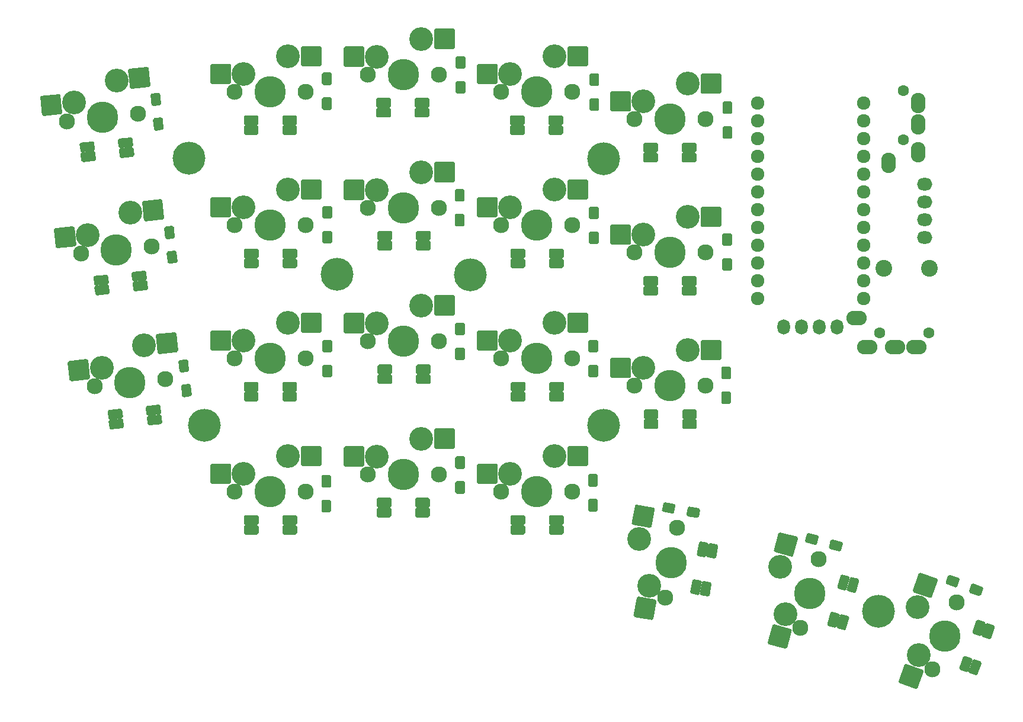
<source format=gbr>
%TF.GenerationSoftware,KiCad,Pcbnew,(5.1.10)-1*%
%TF.CreationDate,2021-10-28T21:07:41+02:00*%
%TF.ProjectId,yaohkib - lefft,79616f68-6b69-4622-902d-206c65666674,rev?*%
%TF.SameCoordinates,Original*%
%TF.FileFunction,Soldermask,Bot*%
%TF.FilePolarity,Negative*%
%FSLAX46Y46*%
G04 Gerber Fmt 4.6, Leading zero omitted, Abs format (unit mm)*
G04 Created by KiCad (PCBNEW (5.1.10)-1) date 2021-10-28 21:07:41*
%MOMM*%
%LPD*%
G01*
G04 APERTURE LIST*
%ADD10O,2.900000X2.100000*%
%ADD11C,1.600000*%
%ADD12O,1.797000X2.178000*%
%ADD13C,1.924000*%
%ADD14C,3.400000*%
%ADD15C,2.300000*%
%ADD16C,4.500000*%
%ADD17C,2.400000*%
%ADD18C,4.700000*%
%ADD19O,2.178000X1.797000*%
%ADD20O,2.100000X2.900000*%
G04 APERTURE END LIST*
%TO.C,LED13*%
G36*
G01*
X108221500Y-77613000D02*
X108221500Y-76613000D01*
G75*
G02*
X108421500Y-76413000I200000J0D01*
G01*
X110121500Y-76413000D01*
G75*
G02*
X110321500Y-76613000I0J-200000D01*
G01*
X110321500Y-77613000D01*
G75*
G02*
X110121500Y-77813000I-200000J0D01*
G01*
X108421500Y-77813000D01*
G75*
G02*
X108221500Y-77613000I0J200000D01*
G01*
G37*
G36*
G01*
X108221500Y-79013000D02*
X108221500Y-78013000D01*
G75*
G02*
X108421500Y-77813000I200000J0D01*
G01*
X110121500Y-77813000D01*
G75*
G02*
X110321500Y-78013000I0J-200000D01*
G01*
X110321500Y-79013000D01*
G75*
G02*
X110121500Y-79213000I-200000J0D01*
G01*
X108421500Y-79213000D01*
G75*
G02*
X108221500Y-79013000I0J200000D01*
G01*
G37*
G36*
G01*
X102721500Y-77613000D02*
X102721500Y-76613000D01*
G75*
G02*
X102921500Y-76413000I200000J0D01*
G01*
X104621500Y-76413000D01*
G75*
G02*
X104821500Y-76613000I0J-200000D01*
G01*
X104821500Y-77613000D01*
G75*
G02*
X104621500Y-77813000I-200000J0D01*
G01*
X102921500Y-77813000D01*
G75*
G02*
X102721500Y-77613000I0J200000D01*
G01*
G37*
G36*
G01*
X102721500Y-79013000D02*
X102721500Y-78013000D01*
G75*
G02*
X102921500Y-77813000I200000J0D01*
G01*
X104621500Y-77813000D01*
G75*
G02*
X104821500Y-78013000I0J-200000D01*
G01*
X104821500Y-79013000D01*
G75*
G02*
X104621500Y-79213000I-200000J0D01*
G01*
X102921500Y-79213000D01*
G75*
G02*
X102721500Y-79013000I0J200000D01*
G01*
G37*
%TD*%
%TO.C,LED19*%
G36*
G01*
X127315500Y-94185000D02*
X127315500Y-93185000D01*
G75*
G02*
X127515500Y-92985000I200000J0D01*
G01*
X129215500Y-92985000D01*
G75*
G02*
X129415500Y-93185000I0J-200000D01*
G01*
X129415500Y-94185000D01*
G75*
G02*
X129215500Y-94385000I-200000J0D01*
G01*
X127515500Y-94385000D01*
G75*
G02*
X127315500Y-94185000I0J200000D01*
G01*
G37*
G36*
G01*
X127315500Y-95585000D02*
X127315500Y-94585000D01*
G75*
G02*
X127515500Y-94385000I200000J0D01*
G01*
X129215500Y-94385000D01*
G75*
G02*
X129415500Y-94585000I0J-200000D01*
G01*
X129415500Y-95585000D01*
G75*
G02*
X129215500Y-95785000I-200000J0D01*
G01*
X127515500Y-95785000D01*
G75*
G02*
X127315500Y-95585000I0J200000D01*
G01*
G37*
G36*
G01*
X121815500Y-94185000D02*
X121815500Y-93185000D01*
G75*
G02*
X122015500Y-92985000I200000J0D01*
G01*
X123715500Y-92985000D01*
G75*
G02*
X123915500Y-93185000I0J-200000D01*
G01*
X123915500Y-94185000D01*
G75*
G02*
X123715500Y-94385000I-200000J0D01*
G01*
X122015500Y-94385000D01*
G75*
G02*
X121815500Y-94185000I0J200000D01*
G01*
G37*
G36*
G01*
X121815500Y-95585000D02*
X121815500Y-94585000D01*
G75*
G02*
X122015500Y-94385000I200000J0D01*
G01*
X123715500Y-94385000D01*
G75*
G02*
X123915500Y-94585000I0J-200000D01*
G01*
X123915500Y-95585000D01*
G75*
G02*
X123715500Y-95785000I-200000J0D01*
G01*
X122015500Y-95785000D01*
G75*
G02*
X121815500Y-95585000I0J200000D01*
G01*
G37*
%TD*%
%TO.C,LED14*%
G36*
G01*
X127315500Y-75073000D02*
X127315500Y-74073000D01*
G75*
G02*
X127515500Y-73873000I200000J0D01*
G01*
X129215500Y-73873000D01*
G75*
G02*
X129415500Y-74073000I0J-200000D01*
G01*
X129415500Y-75073000D01*
G75*
G02*
X129215500Y-75273000I-200000J0D01*
G01*
X127515500Y-75273000D01*
G75*
G02*
X127315500Y-75073000I0J200000D01*
G01*
G37*
G36*
G01*
X127315500Y-76473000D02*
X127315500Y-75473000D01*
G75*
G02*
X127515500Y-75273000I200000J0D01*
G01*
X129215500Y-75273000D01*
G75*
G02*
X129415500Y-75473000I0J-200000D01*
G01*
X129415500Y-76473000D01*
G75*
G02*
X129215500Y-76673000I-200000J0D01*
G01*
X127515500Y-76673000D01*
G75*
G02*
X127315500Y-76473000I0J200000D01*
G01*
G37*
G36*
G01*
X121815500Y-75073000D02*
X121815500Y-74073000D01*
G75*
G02*
X122015500Y-73873000I200000J0D01*
G01*
X123715500Y-73873000D01*
G75*
G02*
X123915500Y-74073000I0J-200000D01*
G01*
X123915500Y-75073000D01*
G75*
G02*
X123715500Y-75273000I-200000J0D01*
G01*
X122015500Y-75273000D01*
G75*
G02*
X121815500Y-75073000I0J200000D01*
G01*
G37*
G36*
G01*
X121815500Y-76473000D02*
X121815500Y-75473000D01*
G75*
G02*
X122015500Y-75273000I200000J0D01*
G01*
X123715500Y-75273000D01*
G75*
G02*
X123915500Y-75473000I0J-200000D01*
G01*
X123915500Y-76473000D01*
G75*
G02*
X123715500Y-76673000I-200000J0D01*
G01*
X122015500Y-76673000D01*
G75*
G02*
X121815500Y-76473000I0J200000D01*
G01*
G37*
%TD*%
%TO.C,LED27*%
G36*
G01*
X207895225Y-131790188D02*
X206955533Y-131448168D01*
G75*
G02*
X206835998Y-131191825I68404J187939D01*
G01*
X207417432Y-129594347D01*
G75*
G02*
X207673775Y-129474812I187939J-68404D01*
G01*
X208613467Y-129816832D01*
G75*
G02*
X208733002Y-130073175I-68404J-187939D01*
G01*
X208151568Y-131670653D01*
G75*
G02*
X207895225Y-131790188I-187939J68404D01*
G01*
G37*
G36*
G01*
X209210794Y-132269016D02*
X208271102Y-131926996D01*
G75*
G02*
X208151567Y-131670653I68404J187939D01*
G01*
X208733001Y-130073175D01*
G75*
G02*
X208989344Y-129953640I187939J-68404D01*
G01*
X209929036Y-130295660D01*
G75*
G02*
X210048571Y-130552003I-68404J-187939D01*
G01*
X209467137Y-132149481D01*
G75*
G02*
X209210794Y-132269016I-187939J68404D01*
G01*
G37*
G36*
G01*
X206014114Y-136958498D02*
X205074422Y-136616478D01*
G75*
G02*
X204954887Y-136360135I68404J187939D01*
G01*
X205536321Y-134762657D01*
G75*
G02*
X205792664Y-134643122I187939J-68404D01*
G01*
X206732356Y-134985142D01*
G75*
G02*
X206851891Y-135241485I-68404J-187939D01*
G01*
X206270457Y-136838963D01*
G75*
G02*
X206014114Y-136958498I-187939J68404D01*
G01*
G37*
G36*
G01*
X207329683Y-137437326D02*
X206389991Y-137095306D01*
G75*
G02*
X206270456Y-136838963I68404J187939D01*
G01*
X206851890Y-135241485D01*
G75*
G02*
X207108233Y-135121950I187939J-68404D01*
G01*
X208047925Y-135463970D01*
G75*
G02*
X208167460Y-135720313I-68404J-187939D01*
G01*
X207586026Y-137317791D01*
G75*
G02*
X207329683Y-137437326I-187939J68404D01*
G01*
G37*
%TD*%
%TO.C,LED15*%
G36*
G01*
X146321500Y-77613000D02*
X146321500Y-76613000D01*
G75*
G02*
X146521500Y-76413000I200000J0D01*
G01*
X148221500Y-76413000D01*
G75*
G02*
X148421500Y-76613000I0J-200000D01*
G01*
X148421500Y-77613000D01*
G75*
G02*
X148221500Y-77813000I-200000J0D01*
G01*
X146521500Y-77813000D01*
G75*
G02*
X146321500Y-77613000I0J200000D01*
G01*
G37*
G36*
G01*
X146321500Y-79013000D02*
X146321500Y-78013000D01*
G75*
G02*
X146521500Y-77813000I200000J0D01*
G01*
X148221500Y-77813000D01*
G75*
G02*
X148421500Y-78013000I0J-200000D01*
G01*
X148421500Y-79013000D01*
G75*
G02*
X148221500Y-79213000I-200000J0D01*
G01*
X146521500Y-79213000D01*
G75*
G02*
X146321500Y-79013000I0J200000D01*
G01*
G37*
G36*
G01*
X140821500Y-77613000D02*
X140821500Y-76613000D01*
G75*
G02*
X141021500Y-76413000I200000J0D01*
G01*
X142721500Y-76413000D01*
G75*
G02*
X142921500Y-76613000I0J-200000D01*
G01*
X142921500Y-77613000D01*
G75*
G02*
X142721500Y-77813000I-200000J0D01*
G01*
X141021500Y-77813000D01*
G75*
G02*
X140821500Y-77613000I0J200000D01*
G01*
G37*
G36*
G01*
X140821500Y-79013000D02*
X140821500Y-78013000D01*
G75*
G02*
X141021500Y-77813000I200000J0D01*
G01*
X142721500Y-77813000D01*
G75*
G02*
X142921500Y-78013000I0J-200000D01*
G01*
X142921500Y-79013000D01*
G75*
G02*
X142721500Y-79213000I-200000J0D01*
G01*
X141021500Y-79213000D01*
G75*
G02*
X140821500Y-79013000I0J200000D01*
G01*
G37*
%TD*%
%TO.C,LED22*%
G36*
G01*
X108221500Y-115713000D02*
X108221500Y-114713000D01*
G75*
G02*
X108421500Y-114513000I200000J0D01*
G01*
X110121500Y-114513000D01*
G75*
G02*
X110321500Y-114713000I0J-200000D01*
G01*
X110321500Y-115713000D01*
G75*
G02*
X110121500Y-115913000I-200000J0D01*
G01*
X108421500Y-115913000D01*
G75*
G02*
X108221500Y-115713000I0J200000D01*
G01*
G37*
G36*
G01*
X108221500Y-117113000D02*
X108221500Y-116113000D01*
G75*
G02*
X108421500Y-115913000I200000J0D01*
G01*
X110121500Y-115913000D01*
G75*
G02*
X110321500Y-116113000I0J-200000D01*
G01*
X110321500Y-117113000D01*
G75*
G02*
X110121500Y-117313000I-200000J0D01*
G01*
X108421500Y-117313000D01*
G75*
G02*
X108221500Y-117113000I0J200000D01*
G01*
G37*
G36*
G01*
X102721500Y-115713000D02*
X102721500Y-114713000D01*
G75*
G02*
X102921500Y-114513000I200000J0D01*
G01*
X104621500Y-114513000D01*
G75*
G02*
X104821500Y-114713000I0J-200000D01*
G01*
X104821500Y-115713000D01*
G75*
G02*
X104621500Y-115913000I-200000J0D01*
G01*
X102921500Y-115913000D01*
G75*
G02*
X102721500Y-115713000I0J200000D01*
G01*
G37*
G36*
G01*
X102721500Y-117113000D02*
X102721500Y-116113000D01*
G75*
G02*
X102921500Y-115913000I200000J0D01*
G01*
X104621500Y-115913000D01*
G75*
G02*
X104821500Y-116113000I0J-200000D01*
G01*
X104821500Y-117113000D01*
G75*
G02*
X104621500Y-117313000I-200000J0D01*
G01*
X102921500Y-117313000D01*
G75*
G02*
X102721500Y-117113000I0J200000D01*
G01*
G37*
%TD*%
%TO.C,LED8*%
G36*
G01*
X146238500Y-58561500D02*
X146238500Y-57561500D01*
G75*
G02*
X146438500Y-57361500I200000J0D01*
G01*
X148138500Y-57361500D01*
G75*
G02*
X148338500Y-57561500I0J-200000D01*
G01*
X148338500Y-58561500D01*
G75*
G02*
X148138500Y-58761500I-200000J0D01*
G01*
X146438500Y-58761500D01*
G75*
G02*
X146238500Y-58561500I0J200000D01*
G01*
G37*
G36*
G01*
X146238500Y-59961500D02*
X146238500Y-58961500D01*
G75*
G02*
X146438500Y-58761500I200000J0D01*
G01*
X148138500Y-58761500D01*
G75*
G02*
X148338500Y-58961500I0J-200000D01*
G01*
X148338500Y-59961500D01*
G75*
G02*
X148138500Y-60161500I-200000J0D01*
G01*
X146438500Y-60161500D01*
G75*
G02*
X146238500Y-59961500I0J200000D01*
G01*
G37*
G36*
G01*
X140738500Y-58561500D02*
X140738500Y-57561500D01*
G75*
G02*
X140938500Y-57361500I200000J0D01*
G01*
X142638500Y-57361500D01*
G75*
G02*
X142838500Y-57561500I0J-200000D01*
G01*
X142838500Y-58561500D01*
G75*
G02*
X142638500Y-58761500I-200000J0D01*
G01*
X140938500Y-58761500D01*
G75*
G02*
X140738500Y-58561500I0J200000D01*
G01*
G37*
G36*
G01*
X140738500Y-59961500D02*
X140738500Y-58961500D01*
G75*
G02*
X140938500Y-58761500I200000J0D01*
G01*
X142638500Y-58761500D01*
G75*
G02*
X142838500Y-58961500I0J-200000D01*
G01*
X142838500Y-59961500D01*
G75*
G02*
X142638500Y-60161500I-200000J0D01*
G01*
X140938500Y-60161500D01*
G75*
G02*
X140738500Y-59961500I0J200000D01*
G01*
G37*
%TD*%
%TO.C,LED9*%
G36*
G01*
X127125000Y-56085000D02*
X127125000Y-55085000D01*
G75*
G02*
X127325000Y-54885000I200000J0D01*
G01*
X129025000Y-54885000D01*
G75*
G02*
X129225000Y-55085000I0J-200000D01*
G01*
X129225000Y-56085000D01*
G75*
G02*
X129025000Y-56285000I-200000J0D01*
G01*
X127325000Y-56285000D01*
G75*
G02*
X127125000Y-56085000I0J200000D01*
G01*
G37*
G36*
G01*
X127125000Y-57485000D02*
X127125000Y-56485000D01*
G75*
G02*
X127325000Y-56285000I200000J0D01*
G01*
X129025000Y-56285000D01*
G75*
G02*
X129225000Y-56485000I0J-200000D01*
G01*
X129225000Y-57485000D01*
G75*
G02*
X129025000Y-57685000I-200000J0D01*
G01*
X127325000Y-57685000D01*
G75*
G02*
X127125000Y-57485000I0J200000D01*
G01*
G37*
G36*
G01*
X121625000Y-56085000D02*
X121625000Y-55085000D01*
G75*
G02*
X121825000Y-54885000I200000J0D01*
G01*
X123525000Y-54885000D01*
G75*
G02*
X123725000Y-55085000I0J-200000D01*
G01*
X123725000Y-56085000D01*
G75*
G02*
X123525000Y-56285000I-200000J0D01*
G01*
X121825000Y-56285000D01*
G75*
G02*
X121625000Y-56085000I0J200000D01*
G01*
G37*
G36*
G01*
X121625000Y-57485000D02*
X121625000Y-56485000D01*
G75*
G02*
X121825000Y-56285000I200000J0D01*
G01*
X123525000Y-56285000D01*
G75*
G02*
X123725000Y-56485000I0J-200000D01*
G01*
X123725000Y-57485000D01*
G75*
G02*
X123525000Y-57685000I-200000J0D01*
G01*
X121825000Y-57685000D01*
G75*
G02*
X121625000Y-57485000I0J200000D01*
G01*
G37*
%TD*%
%TO.C,LED7*%
G36*
G01*
X165288500Y-62498500D02*
X165288500Y-61498500D01*
G75*
G02*
X165488500Y-61298500I200000J0D01*
G01*
X167188500Y-61298500D01*
G75*
G02*
X167388500Y-61498500I0J-200000D01*
G01*
X167388500Y-62498500D01*
G75*
G02*
X167188500Y-62698500I-200000J0D01*
G01*
X165488500Y-62698500D01*
G75*
G02*
X165288500Y-62498500I0J200000D01*
G01*
G37*
G36*
G01*
X165288500Y-63898500D02*
X165288500Y-62898500D01*
G75*
G02*
X165488500Y-62698500I200000J0D01*
G01*
X167188500Y-62698500D01*
G75*
G02*
X167388500Y-62898500I0J-200000D01*
G01*
X167388500Y-63898500D01*
G75*
G02*
X167188500Y-64098500I-200000J0D01*
G01*
X165488500Y-64098500D01*
G75*
G02*
X165288500Y-63898500I0J200000D01*
G01*
G37*
G36*
G01*
X159788500Y-62498500D02*
X159788500Y-61498500D01*
G75*
G02*
X159988500Y-61298500I200000J0D01*
G01*
X161688500Y-61298500D01*
G75*
G02*
X161888500Y-61498500I0J-200000D01*
G01*
X161888500Y-62498500D01*
G75*
G02*
X161688500Y-62698500I-200000J0D01*
G01*
X159988500Y-62698500D01*
G75*
G02*
X159788500Y-62498500I0J200000D01*
G01*
G37*
G36*
G01*
X159788500Y-63898500D02*
X159788500Y-62898500D01*
G75*
G02*
X159988500Y-62698500I200000J0D01*
G01*
X161688500Y-62698500D01*
G75*
G02*
X161888500Y-62898500I0J-200000D01*
G01*
X161888500Y-63898500D01*
G75*
G02*
X161688500Y-64098500I-200000J0D01*
G01*
X159988500Y-64098500D01*
G75*
G02*
X159788500Y-63898500I0J200000D01*
G01*
G37*
%TD*%
%TO.C,LED20*%
G36*
G01*
X108202000Y-96661500D02*
X108202000Y-95661500D01*
G75*
G02*
X108402000Y-95461500I200000J0D01*
G01*
X110102000Y-95461500D01*
G75*
G02*
X110302000Y-95661500I0J-200000D01*
G01*
X110302000Y-96661500D01*
G75*
G02*
X110102000Y-96861500I-200000J0D01*
G01*
X108402000Y-96861500D01*
G75*
G02*
X108202000Y-96661500I0J200000D01*
G01*
G37*
G36*
G01*
X108202000Y-98061500D02*
X108202000Y-97061500D01*
G75*
G02*
X108402000Y-96861500I200000J0D01*
G01*
X110102000Y-96861500D01*
G75*
G02*
X110302000Y-97061500I0J-200000D01*
G01*
X110302000Y-98061500D01*
G75*
G02*
X110102000Y-98261500I-200000J0D01*
G01*
X108402000Y-98261500D01*
G75*
G02*
X108202000Y-98061500I0J200000D01*
G01*
G37*
G36*
G01*
X102702000Y-96661500D02*
X102702000Y-95661500D01*
G75*
G02*
X102902000Y-95461500I200000J0D01*
G01*
X104602000Y-95461500D01*
G75*
G02*
X104802000Y-95661500I0J-200000D01*
G01*
X104802000Y-96661500D01*
G75*
G02*
X104602000Y-96861500I-200000J0D01*
G01*
X102902000Y-96861500D01*
G75*
G02*
X102702000Y-96661500I0J200000D01*
G01*
G37*
G36*
G01*
X102702000Y-98061500D02*
X102702000Y-97061500D01*
G75*
G02*
X102902000Y-96861500I200000J0D01*
G01*
X104602000Y-96861500D01*
G75*
G02*
X104802000Y-97061500I0J-200000D01*
G01*
X104802000Y-98061500D01*
G75*
G02*
X104602000Y-98261500I-200000J0D01*
G01*
X102902000Y-98261500D01*
G75*
G02*
X102702000Y-98061500I0J200000D01*
G01*
G37*
%TD*%
%TO.C,LED12*%
G36*
G01*
X86777517Y-80947516D02*
X86672988Y-79952994D01*
G75*
G02*
X86850986Y-79733184I198904J20906D01*
G01*
X88541673Y-79555486D01*
G75*
G02*
X88761483Y-79733484I20906J-198904D01*
G01*
X88866012Y-80728006D01*
G75*
G02*
X88688014Y-80947816I-198904J-20906D01*
G01*
X86997327Y-81125514D01*
G75*
G02*
X86777517Y-80947516I-20906J198904D01*
G01*
G37*
G36*
G01*
X86923857Y-82339847D02*
X86819328Y-81345325D01*
G75*
G02*
X86997326Y-81125515I198904J20906D01*
G01*
X88688013Y-80947817D01*
G75*
G02*
X88907823Y-81125815I20906J-198904D01*
G01*
X89012352Y-82120337D01*
G75*
G02*
X88834354Y-82340147I-198904J-20906D01*
G01*
X87143667Y-82517845D01*
G75*
G02*
X86923857Y-82339847I-20906J198904D01*
G01*
G37*
G36*
G01*
X81307647Y-81522423D02*
X81203118Y-80527901D01*
G75*
G02*
X81381116Y-80308091I198904J20906D01*
G01*
X83071803Y-80130393D01*
G75*
G02*
X83291613Y-80308391I20906J-198904D01*
G01*
X83396142Y-81302913D01*
G75*
G02*
X83218144Y-81522723I-198904J-20906D01*
G01*
X81527457Y-81700421D01*
G75*
G02*
X81307647Y-81522423I-20906J198904D01*
G01*
G37*
G36*
G01*
X81453987Y-82914754D02*
X81349458Y-81920232D01*
G75*
G02*
X81527456Y-81700422I198904J20906D01*
G01*
X83218143Y-81522724D01*
G75*
G02*
X83437953Y-81700722I20906J-198904D01*
G01*
X83542482Y-82695244D01*
G75*
G02*
X83364484Y-82915054I-198904J-20906D01*
G01*
X81673797Y-83092752D01*
G75*
G02*
X81453987Y-82914754I-20906J198904D01*
G01*
G37*
%TD*%
%TO.C,LED21*%
G36*
G01*
X88809517Y-100124516D02*
X88704988Y-99129994D01*
G75*
G02*
X88882986Y-98910184I198904J20906D01*
G01*
X90573673Y-98732486D01*
G75*
G02*
X90793483Y-98910484I20906J-198904D01*
G01*
X90898012Y-99905006D01*
G75*
G02*
X90720014Y-100124816I-198904J-20906D01*
G01*
X89029327Y-100302514D01*
G75*
G02*
X88809517Y-100124516I-20906J198904D01*
G01*
G37*
G36*
G01*
X88955857Y-101516847D02*
X88851328Y-100522325D01*
G75*
G02*
X89029326Y-100302515I198904J20906D01*
G01*
X90720013Y-100124817D01*
G75*
G02*
X90939823Y-100302815I20906J-198904D01*
G01*
X91044352Y-101297337D01*
G75*
G02*
X90866354Y-101517147I-198904J-20906D01*
G01*
X89175667Y-101694845D01*
G75*
G02*
X88955857Y-101516847I-20906J198904D01*
G01*
G37*
G36*
G01*
X83339647Y-100699423D02*
X83235118Y-99704901D01*
G75*
G02*
X83413116Y-99485091I198904J20906D01*
G01*
X85103803Y-99307393D01*
G75*
G02*
X85323613Y-99485391I20906J-198904D01*
G01*
X85428142Y-100479913D01*
G75*
G02*
X85250144Y-100699723I-198904J-20906D01*
G01*
X83559457Y-100877421D01*
G75*
G02*
X83339647Y-100699423I-20906J198904D01*
G01*
G37*
G36*
G01*
X83485987Y-102091754D02*
X83381458Y-101097232D01*
G75*
G02*
X83559456Y-100877422I198904J20906D01*
G01*
X85250143Y-100699724D01*
G75*
G02*
X85469953Y-100877722I20906J-198904D01*
G01*
X85574482Y-101872244D01*
G75*
G02*
X85396484Y-102092054I-198904J-20906D01*
G01*
X83705797Y-102269752D01*
G75*
G02*
X83485987Y-102091754I-20906J198904D01*
G01*
G37*
%TD*%
%TO.C,LED24*%
G36*
G01*
X146321500Y-115713000D02*
X146321500Y-114713000D01*
G75*
G02*
X146521500Y-114513000I200000J0D01*
G01*
X148221500Y-114513000D01*
G75*
G02*
X148421500Y-114713000I0J-200000D01*
G01*
X148421500Y-115713000D01*
G75*
G02*
X148221500Y-115913000I-200000J0D01*
G01*
X146521500Y-115913000D01*
G75*
G02*
X146321500Y-115713000I0J200000D01*
G01*
G37*
G36*
G01*
X146321500Y-117113000D02*
X146321500Y-116113000D01*
G75*
G02*
X146521500Y-115913000I200000J0D01*
G01*
X148221500Y-115913000D01*
G75*
G02*
X148421500Y-116113000I0J-200000D01*
G01*
X148421500Y-117113000D01*
G75*
G02*
X148221500Y-117313000I-200000J0D01*
G01*
X146521500Y-117313000D01*
G75*
G02*
X146321500Y-117113000I0J200000D01*
G01*
G37*
G36*
G01*
X140821500Y-115713000D02*
X140821500Y-114713000D01*
G75*
G02*
X141021500Y-114513000I200000J0D01*
G01*
X142721500Y-114513000D01*
G75*
G02*
X142921500Y-114713000I0J-200000D01*
G01*
X142921500Y-115713000D01*
G75*
G02*
X142721500Y-115913000I-200000J0D01*
G01*
X141021500Y-115913000D01*
G75*
G02*
X140821500Y-115713000I0J200000D01*
G01*
G37*
G36*
G01*
X140821500Y-117113000D02*
X140821500Y-116113000D01*
G75*
G02*
X141021500Y-115913000I200000J0D01*
G01*
X142721500Y-115913000D01*
G75*
G02*
X142921500Y-116113000I0J-200000D01*
G01*
X142921500Y-117113000D01*
G75*
G02*
X142721500Y-117313000I-200000J0D01*
G01*
X141021500Y-117313000D01*
G75*
G02*
X140821500Y-117113000I0J200000D01*
G01*
G37*
%TD*%
%TO.C,LED18*%
G36*
G01*
X146365500Y-96661500D02*
X146365500Y-95661500D01*
G75*
G02*
X146565500Y-95461500I200000J0D01*
G01*
X148265500Y-95461500D01*
G75*
G02*
X148465500Y-95661500I0J-200000D01*
G01*
X148465500Y-96661500D01*
G75*
G02*
X148265500Y-96861500I-200000J0D01*
G01*
X146565500Y-96861500D01*
G75*
G02*
X146365500Y-96661500I0J200000D01*
G01*
G37*
G36*
G01*
X146365500Y-98061500D02*
X146365500Y-97061500D01*
G75*
G02*
X146565500Y-96861500I200000J0D01*
G01*
X148265500Y-96861500D01*
G75*
G02*
X148465500Y-97061500I0J-200000D01*
G01*
X148465500Y-98061500D01*
G75*
G02*
X148265500Y-98261500I-200000J0D01*
G01*
X146565500Y-98261500D01*
G75*
G02*
X146365500Y-98061500I0J200000D01*
G01*
G37*
G36*
G01*
X140865500Y-96661500D02*
X140865500Y-95661500D01*
G75*
G02*
X141065500Y-95461500I200000J0D01*
G01*
X142765500Y-95461500D01*
G75*
G02*
X142965500Y-95661500I0J-200000D01*
G01*
X142965500Y-96661500D01*
G75*
G02*
X142765500Y-96861500I-200000J0D01*
G01*
X141065500Y-96861500D01*
G75*
G02*
X140865500Y-96661500I0J200000D01*
G01*
G37*
G36*
G01*
X140865500Y-98061500D02*
X140865500Y-97061500D01*
G75*
G02*
X141065500Y-96861500I200000J0D01*
G01*
X142765500Y-96861500D01*
G75*
G02*
X142965500Y-97061500I0J-200000D01*
G01*
X142965500Y-98061500D01*
G75*
G02*
X142765500Y-98261500I-200000J0D01*
G01*
X141065500Y-98261500D01*
G75*
G02*
X140865500Y-98061500I0J200000D01*
G01*
G37*
%TD*%
%TO.C,LED23*%
G36*
G01*
X127208000Y-113236500D02*
X127208000Y-112236500D01*
G75*
G02*
X127408000Y-112036500I200000J0D01*
G01*
X129108000Y-112036500D01*
G75*
G02*
X129308000Y-112236500I0J-200000D01*
G01*
X129308000Y-113236500D01*
G75*
G02*
X129108000Y-113436500I-200000J0D01*
G01*
X127408000Y-113436500D01*
G75*
G02*
X127208000Y-113236500I0J200000D01*
G01*
G37*
G36*
G01*
X127208000Y-114636500D02*
X127208000Y-113636500D01*
G75*
G02*
X127408000Y-113436500I200000J0D01*
G01*
X129108000Y-113436500D01*
G75*
G02*
X129308000Y-113636500I0J-200000D01*
G01*
X129308000Y-114636500D01*
G75*
G02*
X129108000Y-114836500I-200000J0D01*
G01*
X127408000Y-114836500D01*
G75*
G02*
X127208000Y-114636500I0J200000D01*
G01*
G37*
G36*
G01*
X121708000Y-113236500D02*
X121708000Y-112236500D01*
G75*
G02*
X121908000Y-112036500I200000J0D01*
G01*
X123608000Y-112036500D01*
G75*
G02*
X123808000Y-112236500I0J-200000D01*
G01*
X123808000Y-113236500D01*
G75*
G02*
X123608000Y-113436500I-200000J0D01*
G01*
X121908000Y-113436500D01*
G75*
G02*
X121708000Y-113236500I0J200000D01*
G01*
G37*
G36*
G01*
X121708000Y-114636500D02*
X121708000Y-113636500D01*
G75*
G02*
X121908000Y-113436500I200000J0D01*
G01*
X123608000Y-113436500D01*
G75*
G02*
X123808000Y-113636500I0J-200000D01*
G01*
X123808000Y-114636500D01*
G75*
G02*
X123608000Y-114836500I-200000J0D01*
G01*
X121908000Y-114836500D01*
G75*
G02*
X121708000Y-114636500I0J200000D01*
G01*
G37*
%TD*%
%TO.C,LED26*%
G36*
G01*
X188628203Y-125299131D02*
X187662277Y-125040312D01*
G75*
G02*
X187520856Y-124795363I51764J193185D01*
G01*
X187960848Y-123153290D01*
G75*
G02*
X188205797Y-123011869I193185J-51764D01*
G01*
X189171723Y-123270688D01*
G75*
G02*
X189313144Y-123515637I-51764J-193185D01*
G01*
X188873152Y-125157710D01*
G75*
G02*
X188628203Y-125299131I-193185J51764D01*
G01*
G37*
G36*
G01*
X189980499Y-125661477D02*
X189014573Y-125402658D01*
G75*
G02*
X188873152Y-125157709I51764J193185D01*
G01*
X189313144Y-123515636D01*
G75*
G02*
X189558093Y-123374215I193185J-51764D01*
G01*
X190524019Y-123633034D01*
G75*
G02*
X190665440Y-123877983I-51764J-193185D01*
G01*
X190225448Y-125520056D01*
G75*
G02*
X189980499Y-125661477I-193185J51764D01*
G01*
G37*
G36*
G01*
X187204699Y-130611723D02*
X186238773Y-130352904D01*
G75*
G02*
X186097352Y-130107955I51764J193185D01*
G01*
X186537344Y-128465882D01*
G75*
G02*
X186782293Y-128324461I193185J-51764D01*
G01*
X187748219Y-128583280D01*
G75*
G02*
X187889640Y-128828229I-51764J-193185D01*
G01*
X187449648Y-130470302D01*
G75*
G02*
X187204699Y-130611723I-193185J51764D01*
G01*
G37*
G36*
G01*
X188556995Y-130974069D02*
X187591069Y-130715250D01*
G75*
G02*
X187449648Y-130470301I51764J193185D01*
G01*
X187889640Y-128828228D01*
G75*
G02*
X188134589Y-128686807I193185J-51764D01*
G01*
X189100515Y-128945626D01*
G75*
G02*
X189241936Y-129190575I-51764J-193185D01*
G01*
X188801944Y-130832648D01*
G75*
G02*
X188556995Y-130974069I-193185J51764D01*
G01*
G37*
%TD*%
%TO.C,LED25*%
G36*
G01*
X168597573Y-120513873D02*
X167612765Y-120340225D01*
G75*
G02*
X167450533Y-120108533I34730J196962D01*
G01*
X167745735Y-118434359D01*
G75*
G02*
X167977427Y-118272127I196962J-34730D01*
G01*
X168962235Y-118445775D01*
G75*
G02*
X169124467Y-118677467I-34730J-196962D01*
G01*
X168829265Y-120351641D01*
G75*
G02*
X168597573Y-120513873I-196962J34730D01*
G01*
G37*
G36*
G01*
X169976304Y-120756980D02*
X168991496Y-120583332D01*
G75*
G02*
X168829264Y-120351640I34730J196962D01*
G01*
X169124466Y-118677466D01*
G75*
G02*
X169356158Y-118515234I196962J-34730D01*
G01*
X170340966Y-118688882D01*
G75*
G02*
X170503198Y-118920574I-34730J-196962D01*
G01*
X170207996Y-120594748D01*
G75*
G02*
X169976304Y-120756980I-196962J34730D01*
G01*
G37*
G36*
G01*
X167642508Y-125930316D02*
X166657700Y-125756668D01*
G75*
G02*
X166495468Y-125524976I34730J196962D01*
G01*
X166790670Y-123850802D01*
G75*
G02*
X167022362Y-123688570I196962J-34730D01*
G01*
X168007170Y-123862218D01*
G75*
G02*
X168169402Y-124093910I-34730J-196962D01*
G01*
X167874200Y-125768084D01*
G75*
G02*
X167642508Y-125930316I-196962J34730D01*
G01*
G37*
G36*
G01*
X169021239Y-126173423D02*
X168036431Y-125999775D01*
G75*
G02*
X167874199Y-125768083I34730J196962D01*
G01*
X168169401Y-124093909D01*
G75*
G02*
X168401093Y-123931677I196962J-34730D01*
G01*
X169385901Y-124105325D01*
G75*
G02*
X169548133Y-124337017I-34730J-196962D01*
G01*
X169252931Y-126011191D01*
G75*
G02*
X169021239Y-126173423I-196962J34730D01*
G01*
G37*
%TD*%
%TO.C,LED17*%
G36*
G01*
X165352000Y-100598500D02*
X165352000Y-99598500D01*
G75*
G02*
X165552000Y-99398500I200000J0D01*
G01*
X167252000Y-99398500D01*
G75*
G02*
X167452000Y-99598500I0J-200000D01*
G01*
X167452000Y-100598500D01*
G75*
G02*
X167252000Y-100798500I-200000J0D01*
G01*
X165552000Y-100798500D01*
G75*
G02*
X165352000Y-100598500I0J200000D01*
G01*
G37*
G36*
G01*
X165352000Y-101998500D02*
X165352000Y-100998500D01*
G75*
G02*
X165552000Y-100798500I200000J0D01*
G01*
X167252000Y-100798500D01*
G75*
G02*
X167452000Y-100998500I0J-200000D01*
G01*
X167452000Y-101998500D01*
G75*
G02*
X167252000Y-102198500I-200000J0D01*
G01*
X165552000Y-102198500D01*
G75*
G02*
X165352000Y-101998500I0J200000D01*
G01*
G37*
G36*
G01*
X159852000Y-100598500D02*
X159852000Y-99598500D01*
G75*
G02*
X160052000Y-99398500I200000J0D01*
G01*
X161752000Y-99398500D01*
G75*
G02*
X161952000Y-99598500I0J-200000D01*
G01*
X161952000Y-100598500D01*
G75*
G02*
X161752000Y-100798500I-200000J0D01*
G01*
X160052000Y-100798500D01*
G75*
G02*
X159852000Y-100598500I0J200000D01*
G01*
G37*
G36*
G01*
X159852000Y-101998500D02*
X159852000Y-100998500D01*
G75*
G02*
X160052000Y-100798500I200000J0D01*
G01*
X161752000Y-100798500D01*
G75*
G02*
X161952000Y-100998500I0J-200000D01*
G01*
X161952000Y-101998500D01*
G75*
G02*
X161752000Y-102198500I-200000J0D01*
G01*
X160052000Y-102198500D01*
G75*
G02*
X159852000Y-101998500I0J200000D01*
G01*
G37*
%TD*%
%TO.C,LED10*%
G36*
G01*
X108202000Y-58561500D02*
X108202000Y-57561500D01*
G75*
G02*
X108402000Y-57361500I200000J0D01*
G01*
X110102000Y-57361500D01*
G75*
G02*
X110302000Y-57561500I0J-200000D01*
G01*
X110302000Y-58561500D01*
G75*
G02*
X110102000Y-58761500I-200000J0D01*
G01*
X108402000Y-58761500D01*
G75*
G02*
X108202000Y-58561500I0J200000D01*
G01*
G37*
G36*
G01*
X108202000Y-59961500D02*
X108202000Y-58961500D01*
G75*
G02*
X108402000Y-58761500I200000J0D01*
G01*
X110102000Y-58761500D01*
G75*
G02*
X110302000Y-58961500I0J-200000D01*
G01*
X110302000Y-59961500D01*
G75*
G02*
X110102000Y-60161500I-200000J0D01*
G01*
X108402000Y-60161500D01*
G75*
G02*
X108202000Y-59961500I0J200000D01*
G01*
G37*
G36*
G01*
X102702000Y-58561500D02*
X102702000Y-57561500D01*
G75*
G02*
X102902000Y-57361500I200000J0D01*
G01*
X104602000Y-57361500D01*
G75*
G02*
X104802000Y-57561500I0J-200000D01*
G01*
X104802000Y-58561500D01*
G75*
G02*
X104602000Y-58761500I-200000J0D01*
G01*
X102902000Y-58761500D01*
G75*
G02*
X102702000Y-58561500I0J200000D01*
G01*
G37*
G36*
G01*
X102702000Y-59961500D02*
X102702000Y-58961500D01*
G75*
G02*
X102902000Y-58761500I200000J0D01*
G01*
X104602000Y-58761500D01*
G75*
G02*
X104802000Y-58961500I0J-200000D01*
G01*
X104802000Y-59961500D01*
G75*
G02*
X104602000Y-60161500I-200000J0D01*
G01*
X102902000Y-60161500D01*
G75*
G02*
X102702000Y-59961500I0J200000D01*
G01*
G37*
%TD*%
%TO.C,LED16*%
G36*
G01*
X165308000Y-81550000D02*
X165308000Y-80550000D01*
G75*
G02*
X165508000Y-80350000I200000J0D01*
G01*
X167208000Y-80350000D01*
G75*
G02*
X167408000Y-80550000I0J-200000D01*
G01*
X167408000Y-81550000D01*
G75*
G02*
X167208000Y-81750000I-200000J0D01*
G01*
X165508000Y-81750000D01*
G75*
G02*
X165308000Y-81550000I0J200000D01*
G01*
G37*
G36*
G01*
X165308000Y-82950000D02*
X165308000Y-81950000D01*
G75*
G02*
X165508000Y-81750000I200000J0D01*
G01*
X167208000Y-81750000D01*
G75*
G02*
X167408000Y-81950000I0J-200000D01*
G01*
X167408000Y-82950000D01*
G75*
G02*
X167208000Y-83150000I-200000J0D01*
G01*
X165508000Y-83150000D01*
G75*
G02*
X165308000Y-82950000I0J200000D01*
G01*
G37*
G36*
G01*
X159808000Y-81550000D02*
X159808000Y-80550000D01*
G75*
G02*
X160008000Y-80350000I200000J0D01*
G01*
X161708000Y-80350000D01*
G75*
G02*
X161908000Y-80550000I0J-200000D01*
G01*
X161908000Y-81550000D01*
G75*
G02*
X161708000Y-81750000I-200000J0D01*
G01*
X160008000Y-81750000D01*
G75*
G02*
X159808000Y-81550000I0J200000D01*
G01*
G37*
G36*
G01*
X159808000Y-82950000D02*
X159808000Y-81950000D01*
G75*
G02*
X160008000Y-81750000I200000J0D01*
G01*
X161708000Y-81750000D01*
G75*
G02*
X161908000Y-81950000I0J-200000D01*
G01*
X161908000Y-82950000D01*
G75*
G02*
X161708000Y-83150000I-200000J0D01*
G01*
X160008000Y-83150000D01*
G75*
G02*
X159808000Y-82950000I0J200000D01*
G01*
G37*
%TD*%
%TO.C,LED11*%
G36*
G01*
X84809017Y-61897516D02*
X84704488Y-60902994D01*
G75*
G02*
X84882486Y-60683184I198904J20906D01*
G01*
X86573173Y-60505486D01*
G75*
G02*
X86792983Y-60683484I20906J-198904D01*
G01*
X86897512Y-61678006D01*
G75*
G02*
X86719514Y-61897816I-198904J-20906D01*
G01*
X85028827Y-62075514D01*
G75*
G02*
X84809017Y-61897516I-20906J198904D01*
G01*
G37*
G36*
G01*
X84955357Y-63289847D02*
X84850828Y-62295325D01*
G75*
G02*
X85028826Y-62075515I198904J20906D01*
G01*
X86719513Y-61897817D01*
G75*
G02*
X86939323Y-62075815I20906J-198904D01*
G01*
X87043852Y-63070337D01*
G75*
G02*
X86865854Y-63290147I-198904J-20906D01*
G01*
X85175167Y-63467845D01*
G75*
G02*
X84955357Y-63289847I-20906J198904D01*
G01*
G37*
G36*
G01*
X79339147Y-62472423D02*
X79234618Y-61477901D01*
G75*
G02*
X79412616Y-61258091I198904J20906D01*
G01*
X81103303Y-61080393D01*
G75*
G02*
X81323113Y-61258391I20906J-198904D01*
G01*
X81427642Y-62252913D01*
G75*
G02*
X81249644Y-62472723I-198904J-20906D01*
G01*
X79558957Y-62650421D01*
G75*
G02*
X79339147Y-62472423I-20906J198904D01*
G01*
G37*
G36*
G01*
X79485487Y-63864754D02*
X79380958Y-62870232D01*
G75*
G02*
X79558956Y-62650422I198904J20906D01*
G01*
X81249643Y-62472724D01*
G75*
G02*
X81469453Y-62650722I20906J-198904D01*
G01*
X81573982Y-63645244D01*
G75*
G02*
X81395984Y-63865054I-198904J-20906D01*
G01*
X79705297Y-64042752D01*
G75*
G02*
X79485487Y-63864754I-20906J198904D01*
G01*
G37*
%TD*%
D10*
%TO.C,J7*%
X190325000Y-86325000D03*
X191825000Y-90525000D03*
X195825000Y-90525000D03*
X198825000Y-90525000D03*
D11*
X193625000Y-88425000D03*
X200625000Y-88425000D03*
%TD*%
D12*
%TO.C,J5*%
X187528000Y-87579500D03*
X184988000Y-87579500D03*
X182448000Y-87579500D03*
X179908000Y-87579500D03*
%TD*%
D13*
%TO.C,U1*%
X176113400Y-55629500D03*
X176113400Y-58169500D03*
X176113400Y-60709500D03*
X176113400Y-63249500D03*
X176113400Y-65789500D03*
X176113400Y-68329500D03*
X176113400Y-70869500D03*
X176113400Y-73409500D03*
X176113400Y-75949500D03*
X176113400Y-78489500D03*
X176113400Y-81029500D03*
X176113400Y-83569500D03*
X191333400Y-83569500D03*
X191333400Y-81029500D03*
X191333400Y-78489500D03*
X191333400Y-75949500D03*
X191333400Y-73409500D03*
X191333400Y-70869500D03*
X191333400Y-68329500D03*
X191333400Y-65789500D03*
X191333400Y-63249500D03*
X191333400Y-60709500D03*
X191333400Y-58169500D03*
X191333400Y-55629500D03*
%TD*%
D14*
%TO.C,SW4*%
X147142000Y-48908000D03*
X140792000Y-51448000D03*
G36*
G01*
X151919000Y-47658000D02*
X151919000Y-50158000D01*
G75*
G02*
X151719000Y-50358000I-200000J0D01*
G01*
X149169000Y-50358000D01*
G75*
G02*
X148969000Y-50158000I0J200000D01*
G01*
X148969000Y-47658000D01*
G75*
G02*
X149169000Y-47458000I200000J0D01*
G01*
X151719000Y-47458000D01*
G75*
G02*
X151919000Y-47658000I0J-200000D01*
G01*
G37*
D15*
X139522000Y-53988000D03*
X149682000Y-53988000D03*
D16*
X144602000Y-53988000D03*
G36*
G01*
X138992000Y-50198000D02*
X138992000Y-52698000D01*
G75*
G02*
X138792000Y-52898000I-200000J0D01*
G01*
X136242000Y-52898000D01*
G75*
G02*
X136042000Y-52698000I0J200000D01*
G01*
X136042000Y-50198000D01*
G75*
G02*
X136242000Y-49998000I200000J0D01*
G01*
X138792000Y-49998000D01*
G75*
G02*
X138992000Y-50198000I0J-200000D01*
G01*
G37*
%TD*%
D14*
%TO.C,SW5*%
X166192000Y-52845000D03*
X159842000Y-55385000D03*
G36*
G01*
X170969000Y-51595000D02*
X170969000Y-54095000D01*
G75*
G02*
X170769000Y-54295000I-200000J0D01*
G01*
X168219000Y-54295000D01*
G75*
G02*
X168019000Y-54095000I0J200000D01*
G01*
X168019000Y-51595000D01*
G75*
G02*
X168219000Y-51395000I200000J0D01*
G01*
X170769000Y-51395000D01*
G75*
G02*
X170969000Y-51595000I0J-200000D01*
G01*
G37*
D15*
X158572000Y-57925000D03*
X168732000Y-57925000D03*
D16*
X163652000Y-57925000D03*
G36*
G01*
X158042000Y-54135000D02*
X158042000Y-56635000D01*
G75*
G02*
X157842000Y-56835000I-200000J0D01*
G01*
X155292000Y-56835000D01*
G75*
G02*
X155092000Y-56635000I0J200000D01*
G01*
X155092000Y-54135000D01*
G75*
G02*
X155292000Y-53935000I200000J0D01*
G01*
X157842000Y-53935000D01*
G75*
G02*
X158042000Y-54135000I0J-200000D01*
G01*
G37*
%TD*%
D14*
%TO.C,SW17*%
X128092000Y-103581500D03*
X121742000Y-106121500D03*
G36*
G01*
X132869000Y-102331500D02*
X132869000Y-104831500D01*
G75*
G02*
X132669000Y-105031500I-200000J0D01*
G01*
X130119000Y-105031500D01*
G75*
G02*
X129919000Y-104831500I0J200000D01*
G01*
X129919000Y-102331500D01*
G75*
G02*
X130119000Y-102131500I200000J0D01*
G01*
X132669000Y-102131500D01*
G75*
G02*
X132869000Y-102331500I0J-200000D01*
G01*
G37*
D15*
X120472000Y-108661500D03*
X130632000Y-108661500D03*
D16*
X125552000Y-108661500D03*
G36*
G01*
X119942000Y-104871500D02*
X119942000Y-107371500D01*
G75*
G02*
X119742000Y-107571500I-200000J0D01*
G01*
X117192000Y-107571500D01*
G75*
G02*
X116992000Y-107371500I0J200000D01*
G01*
X116992000Y-104871500D01*
G75*
G02*
X117192000Y-104671500I200000J0D01*
G01*
X119742000Y-104671500D01*
G75*
G02*
X119942000Y-104871500I0J-200000D01*
G01*
G37*
%TD*%
D14*
%TO.C,SW13*%
X128092000Y-84531500D03*
X121742000Y-87071500D03*
G36*
G01*
X132869000Y-83281500D02*
X132869000Y-85781500D01*
G75*
G02*
X132669000Y-85981500I-200000J0D01*
G01*
X130119000Y-85981500D01*
G75*
G02*
X129919000Y-85781500I0J200000D01*
G01*
X129919000Y-83281500D01*
G75*
G02*
X130119000Y-83081500I200000J0D01*
G01*
X132669000Y-83081500D01*
G75*
G02*
X132869000Y-83281500I0J-200000D01*
G01*
G37*
D15*
X120472000Y-89611500D03*
X130632000Y-89611500D03*
D16*
X125552000Y-89611500D03*
G36*
G01*
X119942000Y-85821500D02*
X119942000Y-88321500D01*
G75*
G02*
X119742000Y-88521500I-200000J0D01*
G01*
X117192000Y-88521500D01*
G75*
G02*
X116992000Y-88321500I0J200000D01*
G01*
X116992000Y-85821500D01*
G75*
G02*
X117192000Y-85621500I200000J0D01*
G01*
X119742000Y-85621500D01*
G75*
G02*
X119942000Y-85821500I0J-200000D01*
G01*
G37*
%TD*%
D14*
%TO.C,SW19*%
X159217243Y-117914456D03*
X160615989Y-124609051D03*
G36*
G01*
X158815751Y-112992968D02*
X161277770Y-113427088D01*
G75*
G02*
X161440002Y-113658780I-34730J-196962D01*
G01*
X160997199Y-116170040D01*
G75*
G02*
X160765507Y-116332272I-196962J34730D01*
G01*
X158303488Y-115898152D01*
G75*
G02*
X158141256Y-115666460I34730J196962D01*
G01*
X158584059Y-113155200D01*
G75*
G02*
X158815751Y-112992968I196962J-34730D01*
G01*
G37*
D15*
X162896867Y-126300823D03*
X164661133Y-116295177D03*
D16*
X163779000Y-121298000D03*
G36*
G01*
X159072413Y-126164645D02*
X161534432Y-126598765D01*
G75*
G02*
X161696664Y-126830457I-34730J-196962D01*
G01*
X161253861Y-129341717D01*
G75*
G02*
X161022169Y-129503949I-196962J34730D01*
G01*
X158560150Y-129069829D01*
G75*
G02*
X158397918Y-128838137I34730J196962D01*
G01*
X158840721Y-126326877D01*
G75*
G02*
X159072413Y-126164645I196962J-34730D01*
G01*
G37*
%TD*%
D14*
%TO.C,SW15*%
X166192000Y-90945000D03*
X159842000Y-93485000D03*
G36*
G01*
X170969000Y-89695000D02*
X170969000Y-92195000D01*
G75*
G02*
X170769000Y-92395000I-200000J0D01*
G01*
X168219000Y-92395000D01*
G75*
G02*
X168019000Y-92195000I0J200000D01*
G01*
X168019000Y-89695000D01*
G75*
G02*
X168219000Y-89495000I200000J0D01*
G01*
X170769000Y-89495000D01*
G75*
G02*
X170969000Y-89695000I0J-200000D01*
G01*
G37*
D15*
X158572000Y-96025000D03*
X168732000Y-96025000D03*
D16*
X163652000Y-96025000D03*
G36*
G01*
X158042000Y-92235000D02*
X158042000Y-94735000D01*
G75*
G02*
X157842000Y-94935000I-200000J0D01*
G01*
X155292000Y-94935000D01*
G75*
G02*
X155092000Y-94735000I0J200000D01*
G01*
X155092000Y-92235000D01*
G75*
G02*
X155292000Y-92035000I200000J0D01*
G01*
X157842000Y-92035000D01*
G75*
G02*
X158042000Y-92235000I0J-200000D01*
G01*
G37*
%TD*%
D14*
%TO.C,SW2*%
X109042000Y-48908000D03*
X102692000Y-51448000D03*
G36*
G01*
X113819000Y-47658000D02*
X113819000Y-50158000D01*
G75*
G02*
X113619000Y-50358000I-200000J0D01*
G01*
X111069000Y-50358000D01*
G75*
G02*
X110869000Y-50158000I0J200000D01*
G01*
X110869000Y-47658000D01*
G75*
G02*
X111069000Y-47458000I200000J0D01*
G01*
X113619000Y-47458000D01*
G75*
G02*
X113819000Y-47658000I0J-200000D01*
G01*
G37*
D15*
X101422000Y-53988000D03*
X111582000Y-53988000D03*
D16*
X106502000Y-53988000D03*
G36*
G01*
X100892000Y-50198000D02*
X100892000Y-52698000D01*
G75*
G02*
X100692000Y-52898000I-200000J0D01*
G01*
X98142000Y-52898000D01*
G75*
G02*
X97942000Y-52698000I0J200000D01*
G01*
X97942000Y-50198000D01*
G75*
G02*
X98142000Y-49998000I200000J0D01*
G01*
X100692000Y-49998000D01*
G75*
G02*
X100892000Y-50198000I0J-200000D01*
G01*
G37*
%TD*%
D14*
%TO.C,SW7*%
X109042000Y-67958000D03*
X102692000Y-70498000D03*
G36*
G01*
X113819000Y-66708000D02*
X113819000Y-69208000D01*
G75*
G02*
X113619000Y-69408000I-200000J0D01*
G01*
X111069000Y-69408000D01*
G75*
G02*
X110869000Y-69208000I0J200000D01*
G01*
X110869000Y-66708000D01*
G75*
G02*
X111069000Y-66508000I200000J0D01*
G01*
X113619000Y-66508000D01*
G75*
G02*
X113819000Y-66708000I0J-200000D01*
G01*
G37*
D15*
X101422000Y-73038000D03*
X111582000Y-73038000D03*
D16*
X106502000Y-73038000D03*
G36*
G01*
X100892000Y-69248000D02*
X100892000Y-71748000D01*
G75*
G02*
X100692000Y-71948000I-200000J0D01*
G01*
X98142000Y-71948000D01*
G75*
G02*
X97942000Y-71748000I0J200000D01*
G01*
X97942000Y-69248000D01*
G75*
G02*
X98142000Y-69048000I200000J0D01*
G01*
X100692000Y-69048000D01*
G75*
G02*
X100892000Y-69248000I0J-200000D01*
G01*
G37*
%TD*%
D17*
%TO.C,RSW1*%
X194200000Y-79250000D03*
X200700000Y-79250000D03*
%TD*%
D18*
%TO.C,Ref\u002A\u002A*%
X97027800Y-101653640D03*
%TD*%
D14*
%TO.C,SW6*%
X86462581Y-71276326D03*
X80412869Y-74466168D03*
G36*
G01*
X91082751Y-69533841D02*
X91344072Y-72020146D01*
G75*
G02*
X91166074Y-72239956I-198904J-20906D01*
G01*
X88630043Y-72506503D01*
G75*
G02*
X88410233Y-72328505I-20906J198904D01*
G01*
X88148912Y-69842200D01*
G75*
G02*
X88326910Y-69622390I198904J20906D01*
G01*
X90862941Y-69355843D01*
G75*
G02*
X91082751Y-69533841I20906J-198904D01*
G01*
G37*
D15*
X79415329Y-77125005D03*
X89519671Y-76062995D03*
D16*
X84467500Y-76594000D03*
G36*
G01*
X78492069Y-73411167D02*
X78753390Y-75897472D01*
G75*
G02*
X78575392Y-76117282I-198904J-20906D01*
G01*
X76039361Y-76383829D01*
G75*
G02*
X75819551Y-76205831I-20906J198904D01*
G01*
X75558230Y-73719526D01*
G75*
G02*
X75736228Y-73499716I198904J20906D01*
G01*
X78272259Y-73233169D01*
G75*
G02*
X78492069Y-73411167I20906J-198904D01*
G01*
G37*
%TD*%
D18*
%TO.C,Ref\u002A\u002A*%
X116002000Y-80107500D03*
%TD*%
D14*
%TO.C,SW21*%
X198990093Y-127651218D03*
X199205084Y-134486998D03*
G36*
G01*
X199449307Y-122734781D02*
X201798538Y-123589831D01*
G75*
G02*
X201918073Y-123846174I-68404J-187939D01*
G01*
X201045922Y-126242390D01*
G75*
G02*
X200789579Y-126361925I-187939J68404D01*
G01*
X198440348Y-125506875D01*
G75*
G02*
X198320813Y-125250532I68404J187939D01*
G01*
X199192964Y-122854316D01*
G75*
G02*
X199449307Y-122734781I187939J-68404D01*
G01*
G37*
D15*
X201157538Y-136549139D03*
X204632462Y-127001861D03*
D16*
X202895000Y-131775500D03*
G36*
G01*
X197414832Y-135750919D02*
X199764063Y-136605969D01*
G75*
G02*
X199883598Y-136862312I-68404J-187939D01*
G01*
X199011447Y-139258528D01*
G75*
G02*
X198755104Y-139378063I-187939J68404D01*
G01*
X196405873Y-138523013D01*
G75*
G02*
X196286338Y-138266670I68404J187939D01*
G01*
X197158489Y-135870454D01*
G75*
G02*
X197414832Y-135750919I187939J-68404D01*
G01*
G37*
%TD*%
D18*
%TO.C,Ref\u002A\u002A*%
X154172000Y-101707500D03*
%TD*%
%TO.C,Ref\u002A\u002A*%
X193425000Y-128275000D03*
%TD*%
D14*
%TO.C,SW20*%
X179341497Y-121911248D03*
X180151448Y-128702277D03*
G36*
G01*
X179370469Y-116973497D02*
X181785284Y-117620544D01*
G75*
G02*
X181926705Y-117865493I-51764J-193185D01*
G01*
X181266716Y-120328604D01*
G75*
G02*
X181021767Y-120470025I-193185J51764D01*
G01*
X178606952Y-119822978D01*
G75*
G02*
X178465531Y-119578029I51764J193185D01*
G01*
X179125520Y-117114918D01*
G75*
G02*
X179370469Y-116973497I193185J-51764D01*
G01*
G37*
D15*
X182276199Y-130586403D03*
X184905801Y-120772597D03*
D16*
X183591000Y-125679500D03*
G36*
G01*
X178478166Y-130117420D02*
X180892981Y-130764467D01*
G75*
G02*
X181034402Y-131009416I-51764J-193185D01*
G01*
X180374413Y-133472527D01*
G75*
G02*
X180129464Y-133613948I-193185J51764D01*
G01*
X177714649Y-132966901D01*
G75*
G02*
X177573228Y-132721952I51764J193185D01*
G01*
X178233217Y-130258841D01*
G75*
G02*
X178478166Y-130117420I193185J-51764D01*
G01*
G37*
%TD*%
%TO.C,D17*%
G36*
G01*
X134116500Y-107910500D02*
X133116500Y-107910500D01*
G75*
G02*
X132916500Y-107710500I0J200000D01*
G01*
X132916500Y-106310500D01*
G75*
G02*
X133116500Y-106110500I200000J0D01*
G01*
X134116500Y-106110500D01*
G75*
G02*
X134316500Y-106310500I0J-200000D01*
G01*
X134316500Y-107710500D01*
G75*
G02*
X134116500Y-107910500I-200000J0D01*
G01*
G37*
G36*
G01*
X134116500Y-111460500D02*
X133116500Y-111460500D01*
G75*
G02*
X132916500Y-111260500I0J200000D01*
G01*
X132916500Y-109860500D01*
G75*
G02*
X133116500Y-109660500I200000J0D01*
G01*
X134116500Y-109660500D01*
G75*
G02*
X134316500Y-109860500I0J-200000D01*
G01*
X134316500Y-111260500D01*
G75*
G02*
X134116500Y-111460500I-200000J0D01*
G01*
G37*
%TD*%
%TO.C,D19*%
G36*
G01*
X164414313Y-113151380D02*
X164240664Y-114136188D01*
G75*
G02*
X164008972Y-114298420I-196962J34730D01*
G01*
X162630241Y-114055312D01*
G75*
G02*
X162468009Y-113823620I34730J196962D01*
G01*
X162641658Y-112838812D01*
G75*
G02*
X162873350Y-112676580I196962J-34730D01*
G01*
X164252081Y-112919688D01*
G75*
G02*
X164414313Y-113151380I-34730J-196962D01*
G01*
G37*
G36*
G01*
X167910381Y-113767832D02*
X167736732Y-114752640D01*
G75*
G02*
X167505040Y-114914872I-196962J34730D01*
G01*
X166126309Y-114671764D01*
G75*
G02*
X165964077Y-114440072I34730J196962D01*
G01*
X166137726Y-113455264D01*
G75*
G02*
X166369418Y-113293032I196962J-34730D01*
G01*
X167748149Y-113536140D01*
G75*
G02*
X167910381Y-113767832I-34730J-196962D01*
G01*
G37*
%TD*%
%TO.C,D5*%
G36*
G01*
X172343500Y-57177000D02*
X171343500Y-57177000D01*
G75*
G02*
X171143500Y-56977000I0J200000D01*
G01*
X171143500Y-55577000D01*
G75*
G02*
X171343500Y-55377000I200000J0D01*
G01*
X172343500Y-55377000D01*
G75*
G02*
X172543500Y-55577000I0J-200000D01*
G01*
X172543500Y-56977000D01*
G75*
G02*
X172343500Y-57177000I-200000J0D01*
G01*
G37*
G36*
G01*
X172343500Y-60727000D02*
X171343500Y-60727000D01*
G75*
G02*
X171143500Y-60527000I0J200000D01*
G01*
X171143500Y-59127000D01*
G75*
G02*
X171343500Y-58927000I200000J0D01*
G01*
X172343500Y-58927000D01*
G75*
G02*
X172543500Y-59127000I0J-200000D01*
G01*
X172543500Y-60527000D01*
G75*
G02*
X172343500Y-60727000I-200000J0D01*
G01*
G37*
%TD*%
D14*
%TO.C,SW14*%
X147142000Y-87008000D03*
X140792000Y-89548000D03*
G36*
G01*
X151919000Y-85758000D02*
X151919000Y-88258000D01*
G75*
G02*
X151719000Y-88458000I-200000J0D01*
G01*
X149169000Y-88458000D01*
G75*
G02*
X148969000Y-88258000I0J200000D01*
G01*
X148969000Y-85758000D01*
G75*
G02*
X149169000Y-85558000I200000J0D01*
G01*
X151719000Y-85558000D01*
G75*
G02*
X151919000Y-85758000I0J-200000D01*
G01*
G37*
D15*
X139522000Y-92088000D03*
X149682000Y-92088000D03*
D16*
X144602000Y-92088000D03*
G36*
G01*
X138992000Y-88298000D02*
X138992000Y-90798000D01*
G75*
G02*
X138792000Y-90998000I-200000J0D01*
G01*
X136242000Y-90998000D01*
G75*
G02*
X136042000Y-90798000I0J200000D01*
G01*
X136042000Y-88298000D01*
G75*
G02*
X136242000Y-88098000I200000J0D01*
G01*
X138792000Y-88098000D01*
G75*
G02*
X138992000Y-88298000I0J-200000D01*
G01*
G37*
%TD*%
%TO.C,D3*%
G36*
G01*
X134180000Y-50697000D02*
X133180000Y-50697000D01*
G75*
G02*
X132980000Y-50497000I0J200000D01*
G01*
X132980000Y-49097000D01*
G75*
G02*
X133180000Y-48897000I200000J0D01*
G01*
X134180000Y-48897000D01*
G75*
G02*
X134380000Y-49097000I0J-200000D01*
G01*
X134380000Y-50497000D01*
G75*
G02*
X134180000Y-50697000I-200000J0D01*
G01*
G37*
G36*
G01*
X134180000Y-54247000D02*
X133180000Y-54247000D01*
G75*
G02*
X132980000Y-54047000I0J200000D01*
G01*
X132980000Y-52647000D01*
G75*
G02*
X133180000Y-52447000I200000J0D01*
G01*
X134180000Y-52447000D01*
G75*
G02*
X134380000Y-52647000I0J-200000D01*
G01*
X134380000Y-54047000D01*
G75*
G02*
X134180000Y-54247000I-200000J0D01*
G01*
G37*
%TD*%
D14*
%TO.C,SW16*%
X109042000Y-106058000D03*
X102692000Y-108598000D03*
G36*
G01*
X113819000Y-104808000D02*
X113819000Y-107308000D01*
G75*
G02*
X113619000Y-107508000I-200000J0D01*
G01*
X111069000Y-107508000D01*
G75*
G02*
X110869000Y-107308000I0J200000D01*
G01*
X110869000Y-104808000D01*
G75*
G02*
X111069000Y-104608000I200000J0D01*
G01*
X113619000Y-104608000D01*
G75*
G02*
X113819000Y-104808000I0J-200000D01*
G01*
G37*
D15*
X101422000Y-111138000D03*
X111582000Y-111138000D03*
D16*
X106502000Y-111138000D03*
G36*
G01*
X100892000Y-107348000D02*
X100892000Y-109848000D01*
G75*
G02*
X100692000Y-110048000I-200000J0D01*
G01*
X98142000Y-110048000D01*
G75*
G02*
X97942000Y-109848000I0J200000D01*
G01*
X97942000Y-107348000D01*
G75*
G02*
X98142000Y-107148000I200000J0D01*
G01*
X100692000Y-107148000D01*
G75*
G02*
X100892000Y-107348000I0J-200000D01*
G01*
G37*
%TD*%
D19*
%TO.C,J2*%
X200050000Y-67170000D03*
X200050000Y-69710000D03*
X200050000Y-72250000D03*
X200050000Y-74790000D03*
%TD*%
%TO.C,D7*%
G36*
G01*
X115130000Y-72163000D02*
X114130000Y-72163000D01*
G75*
G02*
X113930000Y-71963000I0J200000D01*
G01*
X113930000Y-70563000D01*
G75*
G02*
X114130000Y-70363000I200000J0D01*
G01*
X115130000Y-70363000D01*
G75*
G02*
X115330000Y-70563000I0J-200000D01*
G01*
X115330000Y-71963000D01*
G75*
G02*
X115130000Y-72163000I-200000J0D01*
G01*
G37*
G36*
G01*
X115130000Y-75713000D02*
X114130000Y-75713000D01*
G75*
G02*
X113930000Y-75513000I0J200000D01*
G01*
X113930000Y-74113000D01*
G75*
G02*
X114130000Y-73913000I200000J0D01*
G01*
X115130000Y-73913000D01*
G75*
G02*
X115330000Y-74113000I0J-200000D01*
G01*
X115330000Y-75513000D01*
G75*
G02*
X115130000Y-75713000I-200000J0D01*
G01*
G37*
%TD*%
D14*
%TO.C,SW1*%
X84494081Y-52353326D03*
X78444369Y-55543168D03*
G36*
G01*
X89114251Y-50610841D02*
X89375572Y-53097146D01*
G75*
G02*
X89197574Y-53316956I-198904J-20906D01*
G01*
X86661543Y-53583503D01*
G75*
G02*
X86441733Y-53405505I-20906J198904D01*
G01*
X86180412Y-50919200D01*
G75*
G02*
X86358410Y-50699390I198904J20906D01*
G01*
X88894441Y-50432843D01*
G75*
G02*
X89114251Y-50610841I20906J-198904D01*
G01*
G37*
D15*
X77446829Y-58202005D03*
X87551171Y-57139995D03*
D16*
X82499000Y-57671000D03*
G36*
G01*
X76523569Y-54488167D02*
X76784890Y-56974472D01*
G75*
G02*
X76606892Y-57194282I-198904J-20906D01*
G01*
X74070861Y-57460829D01*
G75*
G02*
X73851051Y-57282831I-20906J198904D01*
G01*
X73589730Y-54796526D01*
G75*
G02*
X73767728Y-54576716I198904J20906D01*
G01*
X76303759Y-54310169D01*
G75*
G02*
X76523569Y-54488167I20906J-198904D01*
G01*
G37*
%TD*%
%TO.C,D11*%
G36*
G01*
X94715799Y-94023029D02*
X93721277Y-94127558D01*
G75*
G02*
X93501467Y-93949560I-20906J198904D01*
G01*
X93355127Y-92557229D01*
G75*
G02*
X93533125Y-92337419I198904J20906D01*
G01*
X94527647Y-92232890D01*
G75*
G02*
X94747457Y-92410888I20906J-198904D01*
G01*
X94893797Y-93803219D01*
G75*
G02*
X94715799Y-94023029I-198904J-20906D01*
G01*
G37*
G36*
G01*
X95086875Y-97553581D02*
X94092353Y-97658110D01*
G75*
G02*
X93872543Y-97480112I-20906J198904D01*
G01*
X93726203Y-96087781D01*
G75*
G02*
X93904201Y-95867971I198904J20906D01*
G01*
X94898723Y-95763442D01*
G75*
G02*
X95118533Y-95941440I20906J-198904D01*
G01*
X95264873Y-97333771D01*
G75*
G02*
X95086875Y-97553581I-198904J-20906D01*
G01*
G37*
%TD*%
D18*
%TO.C,Ref\u002A\u002A*%
X154172000Y-63597500D03*
%TD*%
%TO.C,D20*%
G36*
G01*
X184907243Y-117682474D02*
X184648424Y-118648400D01*
G75*
G02*
X184403475Y-118789821I-193185J51764D01*
G01*
X183051178Y-118427475D01*
G75*
G02*
X182909757Y-118182526I51764J193185D01*
G01*
X183168576Y-117216600D01*
G75*
G02*
X183413525Y-117075179I193185J-51764D01*
G01*
X184765822Y-117437525D01*
G75*
G02*
X184907243Y-117682474I-51764J-193185D01*
G01*
G37*
G36*
G01*
X188336279Y-118601282D02*
X188077460Y-119567208D01*
G75*
G02*
X187832511Y-119708629I-193185J51764D01*
G01*
X186480214Y-119346283D01*
G75*
G02*
X186338793Y-119101334I51764J193185D01*
G01*
X186597612Y-118135408D01*
G75*
G02*
X186842561Y-117993987I193185J-51764D01*
G01*
X188194858Y-118356333D01*
G75*
G02*
X188336279Y-118601282I-51764J-193185D01*
G01*
G37*
%TD*%
%TO.C,D13*%
G36*
G01*
X134116500Y-88800000D02*
X133116500Y-88800000D01*
G75*
G02*
X132916500Y-88600000I0J200000D01*
G01*
X132916500Y-87200000D01*
G75*
G02*
X133116500Y-87000000I200000J0D01*
G01*
X134116500Y-87000000D01*
G75*
G02*
X134316500Y-87200000I0J-200000D01*
G01*
X134316500Y-88600000D01*
G75*
G02*
X134116500Y-88800000I-200000J0D01*
G01*
G37*
G36*
G01*
X134116500Y-92350000D02*
X133116500Y-92350000D01*
G75*
G02*
X132916500Y-92150000I0J200000D01*
G01*
X132916500Y-90750000D01*
G75*
G02*
X133116500Y-90550000I200000J0D01*
G01*
X134116500Y-90550000D01*
G75*
G02*
X134316500Y-90750000I0J-200000D01*
G01*
X134316500Y-92150000D01*
G75*
G02*
X134116500Y-92350000I-200000J0D01*
G01*
G37*
%TD*%
%TO.C,D8*%
G36*
G01*
X134053000Y-69686500D02*
X133053000Y-69686500D01*
G75*
G02*
X132853000Y-69486500I0J200000D01*
G01*
X132853000Y-68086500D01*
G75*
G02*
X133053000Y-67886500I200000J0D01*
G01*
X134053000Y-67886500D01*
G75*
G02*
X134253000Y-68086500I0J-200000D01*
G01*
X134253000Y-69486500D01*
G75*
G02*
X134053000Y-69686500I-200000J0D01*
G01*
G37*
G36*
G01*
X134053000Y-73236500D02*
X133053000Y-73236500D01*
G75*
G02*
X132853000Y-73036500I0J200000D01*
G01*
X132853000Y-71636500D01*
G75*
G02*
X133053000Y-71436500I200000J0D01*
G01*
X134053000Y-71436500D01*
G75*
G02*
X134253000Y-71636500I0J-200000D01*
G01*
X134253000Y-73036500D01*
G75*
G02*
X134053000Y-73236500I-200000J0D01*
G01*
G37*
%TD*%
D14*
%TO.C,SW11*%
X88431081Y-90262826D03*
X82381369Y-93452668D03*
G36*
G01*
X93051251Y-88520341D02*
X93312572Y-91006646D01*
G75*
G02*
X93134574Y-91226456I-198904J-20906D01*
G01*
X90598543Y-91493003D01*
G75*
G02*
X90378733Y-91315005I-20906J198904D01*
G01*
X90117412Y-88828700D01*
G75*
G02*
X90295410Y-88608890I198904J20906D01*
G01*
X92831441Y-88342343D01*
G75*
G02*
X93051251Y-88520341I20906J-198904D01*
G01*
G37*
D15*
X81383829Y-96111505D03*
X91488171Y-95049495D03*
D16*
X86436000Y-95580500D03*
G36*
G01*
X80460569Y-92397667D02*
X80721890Y-94883972D01*
G75*
G02*
X80543892Y-95103782I-198904J-20906D01*
G01*
X78007861Y-95370329D01*
G75*
G02*
X77788051Y-95192331I-20906J198904D01*
G01*
X77526730Y-92706026D01*
G75*
G02*
X77704728Y-92486216I198904J20906D01*
G01*
X80240759Y-92219669D01*
G75*
G02*
X80460569Y-92397667I20906J-198904D01*
G01*
G37*
%TD*%
%TO.C,D4*%
G36*
G01*
X153293500Y-53176500D02*
X152293500Y-53176500D01*
G75*
G02*
X152093500Y-52976500I0J200000D01*
G01*
X152093500Y-51576500D01*
G75*
G02*
X152293500Y-51376500I200000J0D01*
G01*
X153293500Y-51376500D01*
G75*
G02*
X153493500Y-51576500I0J-200000D01*
G01*
X153493500Y-52976500D01*
G75*
G02*
X153293500Y-53176500I-200000J0D01*
G01*
G37*
G36*
G01*
X153293500Y-56726500D02*
X152293500Y-56726500D01*
G75*
G02*
X152093500Y-56526500I0J200000D01*
G01*
X152093500Y-55126500D01*
G75*
G02*
X152293500Y-54926500I200000J0D01*
G01*
X153293500Y-54926500D01*
G75*
G02*
X153493500Y-55126500I0J-200000D01*
G01*
X153493500Y-56526500D01*
G75*
G02*
X153293500Y-56726500I-200000J0D01*
G01*
G37*
%TD*%
D18*
%TO.C,Ref\u002A\u002A*%
X94881500Y-63449500D03*
%TD*%
D14*
%TO.C,SW10*%
X166192000Y-71895000D03*
X159842000Y-74435000D03*
G36*
G01*
X170969000Y-70645000D02*
X170969000Y-73145000D01*
G75*
G02*
X170769000Y-73345000I-200000J0D01*
G01*
X168219000Y-73345000D01*
G75*
G02*
X168019000Y-73145000I0J200000D01*
G01*
X168019000Y-70645000D01*
G75*
G02*
X168219000Y-70445000I200000J0D01*
G01*
X170769000Y-70445000D01*
G75*
G02*
X170969000Y-70645000I0J-200000D01*
G01*
G37*
D15*
X158572000Y-76975000D03*
X168732000Y-76975000D03*
D16*
X163652000Y-76975000D03*
G36*
G01*
X158042000Y-73185000D02*
X158042000Y-75685000D01*
G75*
G02*
X157842000Y-75885000I-200000J0D01*
G01*
X155292000Y-75885000D01*
G75*
G02*
X155092000Y-75685000I0J200000D01*
G01*
X155092000Y-73185000D01*
G75*
G02*
X155292000Y-72985000I200000J0D01*
G01*
X157842000Y-72985000D01*
G75*
G02*
X158042000Y-73185000I0J-200000D01*
G01*
G37*
%TD*%
D20*
%TO.C,J1*%
X194889500Y-64137000D03*
X199089500Y-62637000D03*
X199089500Y-58637000D03*
X199089500Y-55637000D03*
D11*
X196989500Y-60837000D03*
X196989500Y-53837000D03*
%TD*%
D14*
%TO.C,SW9*%
X147142000Y-67958000D03*
X140792000Y-70498000D03*
G36*
G01*
X151919000Y-66708000D02*
X151919000Y-69208000D01*
G75*
G02*
X151719000Y-69408000I-200000J0D01*
G01*
X149169000Y-69408000D01*
G75*
G02*
X148969000Y-69208000I0J200000D01*
G01*
X148969000Y-66708000D01*
G75*
G02*
X149169000Y-66508000I200000J0D01*
G01*
X151719000Y-66508000D01*
G75*
G02*
X151919000Y-66708000I0J-200000D01*
G01*
G37*
D15*
X139522000Y-73038000D03*
X149682000Y-73038000D03*
D16*
X144602000Y-73038000D03*
G36*
G01*
X138992000Y-69248000D02*
X138992000Y-71748000D01*
G75*
G02*
X138792000Y-71948000I-200000J0D01*
G01*
X136242000Y-71948000D01*
G75*
G02*
X136042000Y-71748000I0J200000D01*
G01*
X136042000Y-69248000D01*
G75*
G02*
X136242000Y-69048000I200000J0D01*
G01*
X138792000Y-69048000D01*
G75*
G02*
X138992000Y-69248000I0J-200000D01*
G01*
G37*
%TD*%
%TO.C,D2*%
G36*
G01*
X115066500Y-53049500D02*
X114066500Y-53049500D01*
G75*
G02*
X113866500Y-52849500I0J200000D01*
G01*
X113866500Y-51449500D01*
G75*
G02*
X114066500Y-51249500I200000J0D01*
G01*
X115066500Y-51249500D01*
G75*
G02*
X115266500Y-51449500I0J-200000D01*
G01*
X115266500Y-52849500D01*
G75*
G02*
X115066500Y-53049500I-200000J0D01*
G01*
G37*
G36*
G01*
X115066500Y-56599500D02*
X114066500Y-56599500D01*
G75*
G02*
X113866500Y-56399500I0J200000D01*
G01*
X113866500Y-54999500D01*
G75*
G02*
X114066500Y-54799500I200000J0D01*
G01*
X115066500Y-54799500D01*
G75*
G02*
X115266500Y-54999500I0J-200000D01*
G01*
X115266500Y-56399500D01*
G75*
G02*
X115066500Y-56599500I-200000J0D01*
G01*
G37*
%TD*%
%TO.C,D21*%
G36*
G01*
X205054734Y-123802972D02*
X204712714Y-124742664D01*
G75*
G02*
X204456371Y-124862199I-187939J68404D01*
G01*
X203140801Y-124383371D01*
G75*
G02*
X203021266Y-124127028I68404J187939D01*
G01*
X203363286Y-123187336D01*
G75*
G02*
X203619629Y-123067801I187939J-68404D01*
G01*
X204935199Y-123546629D01*
G75*
G02*
X205054734Y-123802972I-68404J-187939D01*
G01*
G37*
G36*
G01*
X208390642Y-125017144D02*
X208048622Y-125956836D01*
G75*
G02*
X207792279Y-126076371I-187939J68404D01*
G01*
X206476709Y-125597543D01*
G75*
G02*
X206357174Y-125341200I68404J187939D01*
G01*
X206699194Y-124401508D01*
G75*
G02*
X206955537Y-124281973I187939J-68404D01*
G01*
X208271107Y-124760801D01*
G75*
G02*
X208390642Y-125017144I-68404J-187939D01*
G01*
G37*
%TD*%
D14*
%TO.C,SW12*%
X109042000Y-87008000D03*
X102692000Y-89548000D03*
G36*
G01*
X113819000Y-85758000D02*
X113819000Y-88258000D01*
G75*
G02*
X113619000Y-88458000I-200000J0D01*
G01*
X111069000Y-88458000D01*
G75*
G02*
X110869000Y-88258000I0J200000D01*
G01*
X110869000Y-85758000D01*
G75*
G02*
X111069000Y-85558000I200000J0D01*
G01*
X113619000Y-85558000D01*
G75*
G02*
X113819000Y-85758000I0J-200000D01*
G01*
G37*
D15*
X101422000Y-92088000D03*
X111582000Y-92088000D03*
D16*
X106502000Y-92088000D03*
G36*
G01*
X100892000Y-88298000D02*
X100892000Y-90798000D01*
G75*
G02*
X100692000Y-90998000I-200000J0D01*
G01*
X98142000Y-90998000D01*
G75*
G02*
X97942000Y-90798000I0J200000D01*
G01*
X97942000Y-88298000D01*
G75*
G02*
X98142000Y-88098000I200000J0D01*
G01*
X100692000Y-88098000D01*
G75*
G02*
X100892000Y-88298000I0J-200000D01*
G01*
G37*
%TD*%
D14*
%TO.C,SW3*%
X128092000Y-46431500D03*
X121742000Y-48971500D03*
G36*
G01*
X132869000Y-45181500D02*
X132869000Y-47681500D01*
G75*
G02*
X132669000Y-47881500I-200000J0D01*
G01*
X130119000Y-47881500D01*
G75*
G02*
X129919000Y-47681500I0J200000D01*
G01*
X129919000Y-45181500D01*
G75*
G02*
X130119000Y-44981500I200000J0D01*
G01*
X132669000Y-44981500D01*
G75*
G02*
X132869000Y-45181500I0J-200000D01*
G01*
G37*
D15*
X120472000Y-51511500D03*
X130632000Y-51511500D03*
D16*
X125552000Y-51511500D03*
G36*
G01*
X119942000Y-47721500D02*
X119942000Y-50221500D01*
G75*
G02*
X119742000Y-50421500I-200000J0D01*
G01*
X117192000Y-50421500D01*
G75*
G02*
X116992000Y-50221500I0J200000D01*
G01*
X116992000Y-47721500D01*
G75*
G02*
X117192000Y-47521500I200000J0D01*
G01*
X119742000Y-47521500D01*
G75*
G02*
X119942000Y-47721500I0J-200000D01*
G01*
G37*
%TD*%
%TO.C,D16*%
G36*
G01*
X115003000Y-110577500D02*
X114003000Y-110577500D01*
G75*
G02*
X113803000Y-110377500I0J200000D01*
G01*
X113803000Y-108977500D01*
G75*
G02*
X114003000Y-108777500I200000J0D01*
G01*
X115003000Y-108777500D01*
G75*
G02*
X115203000Y-108977500I0J-200000D01*
G01*
X115203000Y-110377500D01*
G75*
G02*
X115003000Y-110577500I-200000J0D01*
G01*
G37*
G36*
G01*
X115003000Y-114127500D02*
X114003000Y-114127500D01*
G75*
G02*
X113803000Y-113927500I0J200000D01*
G01*
X113803000Y-112527500D01*
G75*
G02*
X114003000Y-112327500I200000J0D01*
G01*
X115003000Y-112327500D01*
G75*
G02*
X115203000Y-112527500I0J-200000D01*
G01*
X115203000Y-113927500D01*
G75*
G02*
X115003000Y-114127500I-200000J0D01*
G01*
G37*
%TD*%
%TO.C,D1*%
G36*
G01*
X90715299Y-55923029D02*
X89720777Y-56027558D01*
G75*
G02*
X89500967Y-55849560I-20906J198904D01*
G01*
X89354627Y-54457229D01*
G75*
G02*
X89532625Y-54237419I198904J20906D01*
G01*
X90527147Y-54132890D01*
G75*
G02*
X90746957Y-54310888I20906J-198904D01*
G01*
X90893297Y-55703219D01*
G75*
G02*
X90715299Y-55923029I-198904J-20906D01*
G01*
G37*
G36*
G01*
X91086375Y-59453581D02*
X90091853Y-59558110D01*
G75*
G02*
X89872043Y-59380112I-20906J198904D01*
G01*
X89725703Y-57987781D01*
G75*
G02*
X89903701Y-57767971I198904J20906D01*
G01*
X90898223Y-57663442D01*
G75*
G02*
X91118033Y-57841440I20906J-198904D01*
G01*
X91264373Y-59233771D01*
G75*
G02*
X91086375Y-59453581I-198904J-20906D01*
G01*
G37*
%TD*%
%TO.C,D12*%
G36*
G01*
X115130000Y-91273500D02*
X114130000Y-91273500D01*
G75*
G02*
X113930000Y-91073500I0J200000D01*
G01*
X113930000Y-89673500D01*
G75*
G02*
X114130000Y-89473500I200000J0D01*
G01*
X115130000Y-89473500D01*
G75*
G02*
X115330000Y-89673500I0J-200000D01*
G01*
X115330000Y-91073500D01*
G75*
G02*
X115130000Y-91273500I-200000J0D01*
G01*
G37*
G36*
G01*
X115130000Y-94823500D02*
X114130000Y-94823500D01*
G75*
G02*
X113930000Y-94623500I0J200000D01*
G01*
X113930000Y-93223500D01*
G75*
G02*
X114130000Y-93023500I200000J0D01*
G01*
X115130000Y-93023500D01*
G75*
G02*
X115330000Y-93223500I0J-200000D01*
G01*
X115330000Y-94623500D01*
G75*
G02*
X115130000Y-94823500I-200000J0D01*
G01*
G37*
%TD*%
%TO.C,D6*%
G36*
G01*
X92678837Y-74960305D02*
X91684315Y-75064834D01*
G75*
G02*
X91464505Y-74886836I-20906J198904D01*
G01*
X91318165Y-73494505D01*
G75*
G02*
X91496163Y-73274695I198904J20906D01*
G01*
X92490685Y-73170166D01*
G75*
G02*
X92710495Y-73348164I20906J-198904D01*
G01*
X92856835Y-74740495D01*
G75*
G02*
X92678837Y-74960305I-198904J-20906D01*
G01*
G37*
G36*
G01*
X93049913Y-78490857D02*
X92055391Y-78595386D01*
G75*
G02*
X91835581Y-78417388I-20906J198904D01*
G01*
X91689241Y-77025057D01*
G75*
G02*
X91867239Y-76805247I198904J20906D01*
G01*
X92861761Y-76700718D01*
G75*
G02*
X93081571Y-76878716I20906J-198904D01*
G01*
X93227911Y-78271047D01*
G75*
G02*
X93049913Y-78490857I-198904J-20906D01*
G01*
G37*
%TD*%
%TO.C,D14*%
G36*
G01*
X153166500Y-91273500D02*
X152166500Y-91273500D01*
G75*
G02*
X151966500Y-91073500I0J200000D01*
G01*
X151966500Y-89673500D01*
G75*
G02*
X152166500Y-89473500I200000J0D01*
G01*
X153166500Y-89473500D01*
G75*
G02*
X153366500Y-89673500I0J-200000D01*
G01*
X153366500Y-91073500D01*
G75*
G02*
X153166500Y-91273500I-200000J0D01*
G01*
G37*
G36*
G01*
X153166500Y-94823500D02*
X152166500Y-94823500D01*
G75*
G02*
X151966500Y-94623500I0J200000D01*
G01*
X151966500Y-93223500D01*
G75*
G02*
X152166500Y-93023500I200000J0D01*
G01*
X153166500Y-93023500D01*
G75*
G02*
X153366500Y-93223500I0J-200000D01*
G01*
X153366500Y-94623500D01*
G75*
G02*
X153166500Y-94823500I-200000J0D01*
G01*
G37*
%TD*%
%TO.C,D10*%
G36*
G01*
X172280000Y-76036500D02*
X171280000Y-76036500D01*
G75*
G02*
X171080000Y-75836500I0J200000D01*
G01*
X171080000Y-74436500D01*
G75*
G02*
X171280000Y-74236500I200000J0D01*
G01*
X172280000Y-74236500D01*
G75*
G02*
X172480000Y-74436500I0J-200000D01*
G01*
X172480000Y-75836500D01*
G75*
G02*
X172280000Y-76036500I-200000J0D01*
G01*
G37*
G36*
G01*
X172280000Y-79586500D02*
X171280000Y-79586500D01*
G75*
G02*
X171080000Y-79386500I0J200000D01*
G01*
X171080000Y-77986500D01*
G75*
G02*
X171280000Y-77786500I200000J0D01*
G01*
X172280000Y-77786500D01*
G75*
G02*
X172480000Y-77986500I0J-200000D01*
G01*
X172480000Y-79386500D01*
G75*
G02*
X172280000Y-79586500I-200000J0D01*
G01*
G37*
%TD*%
%TO.C,D15*%
G36*
G01*
X172153000Y-95083500D02*
X171153000Y-95083500D01*
G75*
G02*
X170953000Y-94883500I0J200000D01*
G01*
X170953000Y-93483500D01*
G75*
G02*
X171153000Y-93283500I200000J0D01*
G01*
X172153000Y-93283500D01*
G75*
G02*
X172353000Y-93483500I0J-200000D01*
G01*
X172353000Y-94883500D01*
G75*
G02*
X172153000Y-95083500I-200000J0D01*
G01*
G37*
G36*
G01*
X172153000Y-98633500D02*
X171153000Y-98633500D01*
G75*
G02*
X170953000Y-98433500I0J200000D01*
G01*
X170953000Y-97033500D01*
G75*
G02*
X171153000Y-96833500I200000J0D01*
G01*
X172153000Y-96833500D01*
G75*
G02*
X172353000Y-97033500I0J-200000D01*
G01*
X172353000Y-98433500D01*
G75*
G02*
X172153000Y-98633500I-200000J0D01*
G01*
G37*
%TD*%
D14*
%TO.C,SW8*%
X128092000Y-65481500D03*
X121742000Y-68021500D03*
G36*
G01*
X132869000Y-64231500D02*
X132869000Y-66731500D01*
G75*
G02*
X132669000Y-66931500I-200000J0D01*
G01*
X130119000Y-66931500D01*
G75*
G02*
X129919000Y-66731500I0J200000D01*
G01*
X129919000Y-64231500D01*
G75*
G02*
X130119000Y-64031500I200000J0D01*
G01*
X132669000Y-64031500D01*
G75*
G02*
X132869000Y-64231500I0J-200000D01*
G01*
G37*
D15*
X120472000Y-70561500D03*
X130632000Y-70561500D03*
D16*
X125552000Y-70561500D03*
G36*
G01*
X119942000Y-66771500D02*
X119942000Y-69271500D01*
G75*
G02*
X119742000Y-69471500I-200000J0D01*
G01*
X117192000Y-69471500D01*
G75*
G02*
X116992000Y-69271500I0J200000D01*
G01*
X116992000Y-66771500D01*
G75*
G02*
X117192000Y-66571500I200000J0D01*
G01*
X119742000Y-66571500D01*
G75*
G02*
X119942000Y-66771500I0J-200000D01*
G01*
G37*
%TD*%
%TO.C,D9*%
G36*
G01*
X153230000Y-72226500D02*
X152230000Y-72226500D01*
G75*
G02*
X152030000Y-72026500I0J200000D01*
G01*
X152030000Y-70626500D01*
G75*
G02*
X152230000Y-70426500I200000J0D01*
G01*
X153230000Y-70426500D01*
G75*
G02*
X153430000Y-70626500I0J-200000D01*
G01*
X153430000Y-72026500D01*
G75*
G02*
X153230000Y-72226500I-200000J0D01*
G01*
G37*
G36*
G01*
X153230000Y-75776500D02*
X152230000Y-75776500D01*
G75*
G02*
X152030000Y-75576500I0J200000D01*
G01*
X152030000Y-74176500D01*
G75*
G02*
X152230000Y-73976500I200000J0D01*
G01*
X153230000Y-73976500D01*
G75*
G02*
X153430000Y-74176500I0J-200000D01*
G01*
X153430000Y-75576500D01*
G75*
G02*
X153230000Y-75776500I-200000J0D01*
G01*
G37*
%TD*%
D18*
%TO.C,Ref\u002A\u002A*%
X135052000Y-80157500D03*
%TD*%
%TO.C,D18*%
G36*
G01*
X153103000Y-110450500D02*
X152103000Y-110450500D01*
G75*
G02*
X151903000Y-110250500I0J200000D01*
G01*
X151903000Y-108850500D01*
G75*
G02*
X152103000Y-108650500I200000J0D01*
G01*
X153103000Y-108650500D01*
G75*
G02*
X153303000Y-108850500I0J-200000D01*
G01*
X153303000Y-110250500D01*
G75*
G02*
X153103000Y-110450500I-200000J0D01*
G01*
G37*
G36*
G01*
X153103000Y-114000500D02*
X152103000Y-114000500D01*
G75*
G02*
X151903000Y-113800500I0J200000D01*
G01*
X151903000Y-112400500D01*
G75*
G02*
X152103000Y-112200500I200000J0D01*
G01*
X153103000Y-112200500D01*
G75*
G02*
X153303000Y-112400500I0J-200000D01*
G01*
X153303000Y-113800500D01*
G75*
G02*
X153103000Y-114000500I-200000J0D01*
G01*
G37*
%TD*%
D14*
%TO.C,SW18*%
X147142000Y-106058000D03*
X140792000Y-108598000D03*
G36*
G01*
X151919000Y-104808000D02*
X151919000Y-107308000D01*
G75*
G02*
X151719000Y-107508000I-200000J0D01*
G01*
X149169000Y-107508000D01*
G75*
G02*
X148969000Y-107308000I0J200000D01*
G01*
X148969000Y-104808000D01*
G75*
G02*
X149169000Y-104608000I200000J0D01*
G01*
X151719000Y-104608000D01*
G75*
G02*
X151919000Y-104808000I0J-200000D01*
G01*
G37*
D15*
X139522000Y-111138000D03*
X149682000Y-111138000D03*
D16*
X144602000Y-111138000D03*
G36*
G01*
X138992000Y-107348000D02*
X138992000Y-109848000D01*
G75*
G02*
X138792000Y-110048000I-200000J0D01*
G01*
X136242000Y-110048000D01*
G75*
G02*
X136042000Y-109848000I0J200000D01*
G01*
X136042000Y-107348000D01*
G75*
G02*
X136242000Y-107148000I200000J0D01*
G01*
X138792000Y-107148000D01*
G75*
G02*
X138992000Y-107348000I0J-200000D01*
G01*
G37*
%TD*%
M02*

</source>
